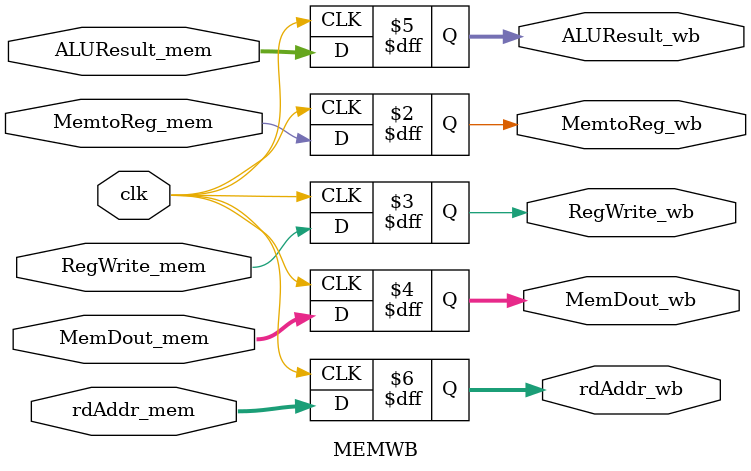
<source format=v>
`timescale 1ns / 1ps


module MEMWB(
     // Inputs
    clk, MemtoReg_mem, RegWrite_mem, MemDout_mem, ALUResult_mem, rdAddr_mem,
    // Outputs
    MemtoReg_wb, RegWrite_wb, MemDout_wb, ALUResult_wb, rdAddr_wb);
    input clk;
    input MemtoReg_mem, RegWrite_mem;
    input[31:0] MemDout_mem, ALUResult_mem;
    input[4:0] rdAddr_mem;

    output reg MemtoReg_wb, RegWrite_wb;
    output reg [31:0] MemDout_wb, ALUResult_wb;
    output reg [4:0] rdAddr_wb;

    always@(posedge clk)
    begin
        MemtoReg_wb     <= MemtoReg_mem;
        RegWrite_wb     <= RegWrite_mem;
        MemDout_wb      <= MemDout_mem; 
        ALUResult_wb    <= ALUResult_mem;
        rdAddr_wb       <= rdAddr_mem;
    end
    
endmodule

</source>
